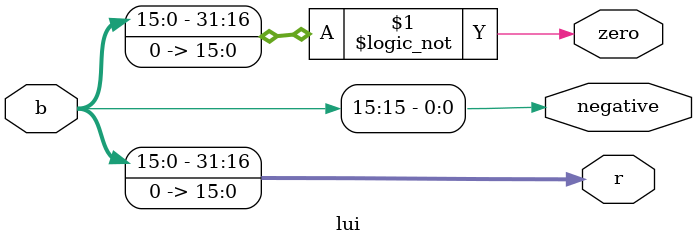
<source format=v>
`timescale 1ns / 1ps


module lui(
    input [31:0] b,
    output [31:0] r,
    output zero,
    output negative
    );
    assign r = {b[15:0], 16'b0};
    assign zero = (r==0);
    assign negative = (r[31]==1);
endmodule

</source>
